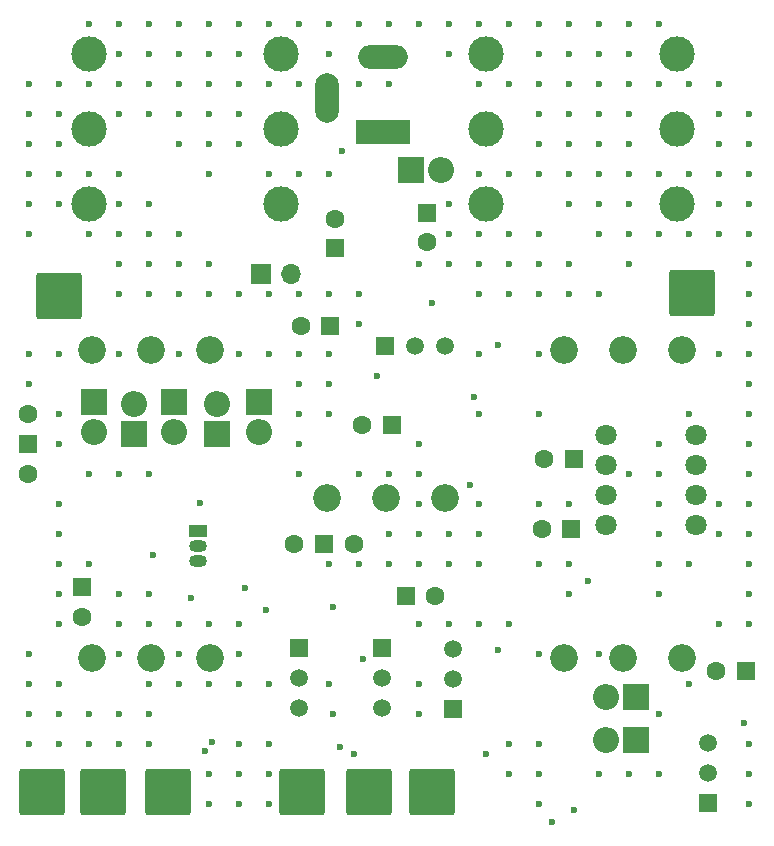
<source format=gbs>
G04 #@! TF.GenerationSoftware,KiCad,Pcbnew,8.0.1*
G04 #@! TF.CreationDate,2024-08-15T13:48:40+05:00*
G04 #@! TF.ProjectId,Life_pedal,4c696665-5f70-4656-9461-6c2e6b696361,rev?*
G04 #@! TF.SameCoordinates,Original*
G04 #@! TF.FileFunction,Soldermask,Bot*
G04 #@! TF.FilePolarity,Negative*
%FSLAX46Y46*%
G04 Gerber Fmt 4.6, Leading zero omitted, Abs format (unit mm)*
G04 Created by KiCad (PCBNEW 8.0.1) date 2024-08-15 13:48:40*
%MOMM*%
%LPD*%
G01*
G04 APERTURE LIST*
G04 Aperture macros list*
%AMRoundRect*
0 Rectangle with rounded corners*
0 $1 Rounding radius*
0 $2 $3 $4 $5 $6 $7 $8 $9 X,Y pos of 4 corners*
0 Add a 4 corners polygon primitive as box body*
4,1,4,$2,$3,$4,$5,$6,$7,$8,$9,$2,$3,0*
0 Add four circle primitives for the rounded corners*
1,1,$1+$1,$2,$3*
1,1,$1+$1,$4,$5*
1,1,$1+$1,$6,$7*
1,1,$1+$1,$8,$9*
0 Add four rect primitives between the rounded corners*
20,1,$1+$1,$2,$3,$4,$5,0*
20,1,$1+$1,$4,$5,$6,$7,0*
20,1,$1+$1,$6,$7,$8,$9,0*
20,1,$1+$1,$8,$9,$2,$3,0*%
G04 Aperture macros list end*
%ADD10R,2.200000X2.200000*%
%ADD11O,2.200000X2.200000*%
%ADD12R,1.600000X1.600000*%
%ADD13C,1.600000*%
%ADD14R,1.500000X1.050000*%
%ADD15O,1.500000X1.050000*%
%ADD16R,1.500000X1.500000*%
%ADD17C,1.500000*%
%ADD18RoundRect,0.250002X1.699998X-1.699998X1.699998X1.699998X-1.699998X1.699998X-1.699998X-1.699998X0*%
%ADD19R,1.700000X1.700000*%
%ADD20O,1.700000X1.700000*%
%ADD21C,1.804000*%
%ADD22C,3.000000*%
%ADD23R,4.600000X2.000000*%
%ADD24O,4.200000X2.000000*%
%ADD25O,2.000000X4.200000*%
%ADD26C,2.340000*%
%ADD27C,0.600000*%
G04 APERTURE END LIST*
D10*
X127200000Y-70940000D03*
D11*
X127200000Y-68400000D03*
D12*
X150194888Y-84600000D03*
D13*
X152694888Y-84600000D03*
D14*
X132640001Y-79130000D03*
D15*
X132640001Y-80400001D03*
X132640001Y-81670000D03*
D16*
X154200000Y-94200000D03*
D17*
X154200000Y-91660000D03*
X154200000Y-89120001D03*
D10*
X169668234Y-96800000D03*
D11*
X167128234Y-96800000D03*
D18*
X119400000Y-101200000D03*
X174400000Y-59000000D03*
D16*
X175800000Y-102200000D03*
D17*
X175800000Y-99660000D03*
X175800000Y-97120001D03*
D10*
X134200000Y-70940000D03*
D11*
X134200000Y-68400000D03*
D12*
X164205112Y-79000000D03*
D13*
X161705112Y-79000000D03*
D16*
X148150000Y-89050000D03*
D17*
X148150000Y-91590000D03*
X148150000Y-94129999D03*
D18*
X141400000Y-101200000D03*
D12*
X143805112Y-61800000D03*
D13*
X141305112Y-61800000D03*
D18*
X147085714Y-101200000D03*
X130028572Y-101200000D03*
D19*
X137950000Y-57375000D03*
D20*
X140490000Y-57375000D03*
D18*
X120800000Y-59200000D03*
D21*
X167180000Y-70990000D03*
X167180000Y-73530000D03*
X167180000Y-76070000D03*
X167180000Y-78610000D03*
X174800000Y-78610000D03*
X174800000Y-76070000D03*
X174800000Y-73530000D03*
X174800000Y-70990000D03*
D10*
X130600000Y-68203532D03*
D11*
X130600000Y-70743532D03*
D16*
X148450000Y-63450000D03*
D17*
X150990000Y-63450000D03*
X153530000Y-63450000D03*
D12*
X179000000Y-91000000D03*
D13*
X176500000Y-91000000D03*
D10*
X137800000Y-68203532D03*
D11*
X137800000Y-70743532D03*
D12*
X164405113Y-73000000D03*
D13*
X161905113Y-73000000D03*
D18*
X124600000Y-101200000D03*
D10*
X150660000Y-48600000D03*
D11*
X153200000Y-48600000D03*
D22*
X173200000Y-51435000D03*
X156970000Y-51435000D03*
X173200000Y-38735000D03*
X156970000Y-38735000D03*
X173200000Y-45085000D03*
X156970000Y-45085000D03*
D23*
X148300000Y-45335000D03*
D24*
X148300000Y-39035000D03*
D25*
X143500000Y-42435000D03*
D16*
X141150000Y-89050000D03*
D17*
X141150000Y-91590000D03*
X141150000Y-94129999D03*
D12*
X149005113Y-70200000D03*
D13*
X146505113Y-70200000D03*
D22*
X139630000Y-51435000D03*
X123400000Y-51435000D03*
X139630000Y-38735000D03*
X123400000Y-38735000D03*
X139630000Y-45085000D03*
X123400000Y-45085000D03*
D18*
X152400000Y-101200000D03*
D10*
X169668234Y-93200000D03*
D11*
X167128234Y-93200000D03*
D10*
X123800000Y-68203533D03*
D11*
X123800000Y-70743533D03*
D12*
X152000000Y-52194887D03*
D13*
X152000000Y-54694887D03*
X144200000Y-52705113D03*
D12*
X144200000Y-55205113D03*
X122800000Y-83900000D03*
D13*
X122800000Y-86400000D03*
D26*
X163600000Y-63800000D03*
X168600000Y-63800000D03*
X173600000Y-63800000D03*
D16*
X118200000Y-71740000D03*
D13*
X118200000Y-69200000D03*
X118200000Y-74280000D03*
D26*
X143550000Y-76300000D03*
X148550000Y-76300000D03*
X153550000Y-76300000D03*
X123600000Y-89900000D03*
X128600000Y-89900000D03*
X133600000Y-89900000D03*
X123600000Y-63800000D03*
X128600000Y-63800000D03*
X133600000Y-63800000D03*
D16*
X143260000Y-80200000D03*
D13*
X145800000Y-80200000D03*
X140720000Y-80200000D03*
D26*
X163600000Y-89900000D03*
X168600000Y-89900000D03*
X173600000Y-89900000D03*
D27*
X179275000Y-102230000D03*
X179275000Y-99690000D03*
X179275000Y-97150000D03*
X179275000Y-86990000D03*
X179275000Y-84450000D03*
X179275000Y-81910000D03*
X179275000Y-79370000D03*
X179275000Y-76830000D03*
X179275000Y-74290000D03*
X179275000Y-71750000D03*
X179275000Y-69210000D03*
X179275000Y-66670000D03*
X179275000Y-64130000D03*
X179275000Y-61590000D03*
X179275000Y-59050000D03*
X179275000Y-56510000D03*
X179275000Y-53970000D03*
X179275000Y-51430000D03*
X179275000Y-48890000D03*
X179275000Y-46350000D03*
X179275000Y-43810000D03*
X176735000Y-86990000D03*
X176735000Y-79370000D03*
X176735000Y-76830000D03*
X176735000Y-64130000D03*
X176735000Y-53970000D03*
X176735000Y-51430000D03*
X176735000Y-48890000D03*
X176735000Y-46350000D03*
X176735000Y-43810000D03*
X176735000Y-41270000D03*
X174195000Y-92070000D03*
X174195000Y-81910000D03*
X174195000Y-69210000D03*
X174195000Y-53970000D03*
X174195000Y-48890000D03*
X174195000Y-41270000D03*
X171655000Y-99690000D03*
X171655000Y-94610000D03*
X171655000Y-84450000D03*
X171655000Y-81910000D03*
X171655000Y-79370000D03*
X171655000Y-76830000D03*
X171655000Y-74290000D03*
X171655000Y-71750000D03*
X171655000Y-53970000D03*
X171655000Y-48890000D03*
X171655000Y-41270000D03*
X171655000Y-36190000D03*
X169115000Y-99690000D03*
X169115000Y-74290000D03*
X169115000Y-56510000D03*
X169115000Y-53970000D03*
X169115000Y-51430000D03*
X169115000Y-48890000D03*
X169115000Y-46350000D03*
X169115000Y-43810000D03*
X169115000Y-41270000D03*
X169115000Y-38730000D03*
X169115000Y-36190000D03*
X166575000Y-99690000D03*
X166575000Y-89530000D03*
X166575000Y-59050000D03*
X166575000Y-53970000D03*
X166575000Y-51430000D03*
X166575000Y-48890000D03*
X166575000Y-46350000D03*
X166575000Y-43810000D03*
X166575000Y-41270000D03*
X166575000Y-38730000D03*
X166575000Y-36190000D03*
X164035000Y-84450000D03*
X164035000Y-81910000D03*
X164035000Y-76830000D03*
X164035000Y-59050000D03*
X164035000Y-56510000D03*
X164035000Y-51430000D03*
X164035000Y-48890000D03*
X164035000Y-46350000D03*
X164035000Y-43810000D03*
X164035000Y-41270000D03*
X164035000Y-38730000D03*
X164035000Y-36190000D03*
X161495000Y-102230000D03*
X161495000Y-99690000D03*
X161495000Y-97150000D03*
X161495000Y-89530000D03*
X161495000Y-81910000D03*
X161495000Y-76830000D03*
X161495000Y-69210000D03*
X161495000Y-64130000D03*
X161495000Y-59050000D03*
X161495000Y-56510000D03*
X161495000Y-53970000D03*
X161495000Y-48890000D03*
X161495000Y-46350000D03*
X161495000Y-43810000D03*
X161495000Y-41270000D03*
X161495000Y-38730000D03*
X161495000Y-36190000D03*
X158955000Y-99690000D03*
X158955000Y-97150000D03*
X158955000Y-86990000D03*
X158955000Y-59050000D03*
X158955000Y-56510000D03*
X158955000Y-53970000D03*
X158955000Y-48890000D03*
X158955000Y-41270000D03*
X158955000Y-36190000D03*
X156415000Y-86990000D03*
X156415000Y-81910000D03*
X156415000Y-79370000D03*
X156415000Y-76830000D03*
X156415000Y-69210000D03*
X156415000Y-64130000D03*
X156415000Y-59050000D03*
X156415000Y-56510000D03*
X156415000Y-53970000D03*
X156415000Y-48890000D03*
X156415000Y-41270000D03*
X156415000Y-36190000D03*
X153875000Y-86990000D03*
X153875000Y-81910000D03*
X153875000Y-79370000D03*
X153875000Y-56510000D03*
X153875000Y-53970000D03*
X153875000Y-51430000D03*
X153875000Y-38730000D03*
X153875000Y-36190000D03*
X151335000Y-94610000D03*
X151335000Y-92070000D03*
X151335000Y-86990000D03*
X151335000Y-81910000D03*
X151335000Y-79370000D03*
X151335000Y-76830000D03*
X151335000Y-74290000D03*
X151335000Y-71750000D03*
X151335000Y-56510000D03*
X151335000Y-36190000D03*
X148795000Y-81910000D03*
X148795000Y-79370000D03*
X148795000Y-74290000D03*
X148795000Y-41270000D03*
X148795000Y-36190000D03*
X146255000Y-81910000D03*
X146255000Y-74290000D03*
X146255000Y-61590000D03*
X146255000Y-59050000D03*
X146255000Y-41270000D03*
X146255000Y-36190000D03*
X143715000Y-92070000D03*
X143715000Y-81910000D03*
X143715000Y-69210000D03*
X143715000Y-66670000D03*
X143715000Y-64130000D03*
X143715000Y-59050000D03*
X143715000Y-48890000D03*
X143715000Y-38730000D03*
X143715000Y-36190000D03*
X141175000Y-74290000D03*
X141175000Y-71750000D03*
X141175000Y-69210000D03*
X141175000Y-66670000D03*
X141175000Y-64130000D03*
X141175000Y-59050000D03*
X141175000Y-48890000D03*
X141175000Y-41270000D03*
X141175000Y-36190000D03*
X138635000Y-102230000D03*
X138635000Y-99690000D03*
X138635000Y-97150000D03*
X138635000Y-92070000D03*
X138635000Y-64130000D03*
X138635000Y-59050000D03*
X138635000Y-48890000D03*
X138635000Y-41270000D03*
X138635000Y-36190000D03*
X136095000Y-102230000D03*
X136095000Y-99690000D03*
X136095000Y-97150000D03*
X136095000Y-92070000D03*
X136095000Y-89530000D03*
X136095000Y-86990000D03*
X136095000Y-64130000D03*
X136095000Y-59050000D03*
X136095000Y-46350000D03*
X136095000Y-43810000D03*
X136095000Y-41270000D03*
X136095000Y-38730000D03*
X136095000Y-36190000D03*
X133555000Y-102230000D03*
X133555000Y-99690000D03*
X133555000Y-92070000D03*
X133555000Y-86990000D03*
X133555000Y-59050000D03*
X133555000Y-56510000D03*
X133555000Y-48890000D03*
X133555000Y-46350000D03*
X133555000Y-43810000D03*
X133555000Y-41270000D03*
X133555000Y-38730000D03*
X133555000Y-36190000D03*
X131015000Y-92070000D03*
X131015000Y-89530000D03*
X131015000Y-86990000D03*
X131015000Y-64130000D03*
X131015000Y-59050000D03*
X131015000Y-56510000D03*
X131015000Y-53970000D03*
X131015000Y-46350000D03*
X131015000Y-43810000D03*
X131015000Y-41270000D03*
X131015000Y-38730000D03*
X131015000Y-36190000D03*
X128475000Y-97150000D03*
X128475000Y-94610000D03*
X128475000Y-92070000D03*
X128475000Y-86990000D03*
X128475000Y-84450000D03*
X128475000Y-74290000D03*
X128475000Y-59050000D03*
X128475000Y-56510000D03*
X128475000Y-53970000D03*
X128475000Y-51430000D03*
X128475000Y-43810000D03*
X128475000Y-41270000D03*
X128475000Y-38730000D03*
X128475000Y-36190000D03*
X125935000Y-97150000D03*
X125935000Y-94610000D03*
X125935000Y-89530000D03*
X125935000Y-86990000D03*
X125935000Y-84450000D03*
X125935000Y-74290000D03*
X125935000Y-64130000D03*
X125935000Y-59050000D03*
X125935000Y-56510000D03*
X125935000Y-53970000D03*
X125935000Y-51430000D03*
X125935000Y-48890000D03*
X125935000Y-43810000D03*
X125935000Y-41270000D03*
X125935000Y-38730000D03*
X125935000Y-36190000D03*
X123395000Y-97150000D03*
X123395000Y-94610000D03*
X123395000Y-81910000D03*
X123395000Y-74290000D03*
X123395000Y-53970000D03*
X123395000Y-48890000D03*
X123395000Y-41270000D03*
X123395000Y-36190000D03*
X120855000Y-97150000D03*
X120855000Y-94610000D03*
X120855000Y-92070000D03*
X120855000Y-86990000D03*
X120855000Y-84450000D03*
X120855000Y-81910000D03*
X120855000Y-79370000D03*
X120855000Y-76830000D03*
X120855000Y-71750000D03*
X120855000Y-69210000D03*
X120855000Y-64130000D03*
X120855000Y-51430000D03*
X120855000Y-48890000D03*
X120855000Y-46350000D03*
X120855000Y-43810000D03*
X120855000Y-41270000D03*
X118315000Y-97150000D03*
X118315000Y-94610000D03*
X118315000Y-92070000D03*
X118315000Y-89530000D03*
X118315000Y-66670000D03*
X118315000Y-64130000D03*
X118315000Y-53970000D03*
X118315000Y-51430000D03*
X118315000Y-48890000D03*
X118315000Y-46350000D03*
X118315000Y-43810000D03*
X118315000Y-41270000D03*
X144000000Y-85600000D03*
X145800000Y-98000000D03*
X157000000Y-98000000D03*
X132800000Y-76800000D03*
X162600000Y-103800000D03*
X146600000Y-90000000D03*
X133200000Y-97800000D03*
X158000000Y-89200000D03*
X165600000Y-83400000D03*
X144600000Y-97400000D03*
X156000000Y-67800000D03*
X132000000Y-84800000D03*
X147800000Y-66000000D03*
X144800000Y-47000000D03*
X155600000Y-75200000D03*
X164400000Y-102800000D03*
X178800000Y-95400000D03*
X133800000Y-97000000D03*
X144000000Y-94600000D03*
X138400000Y-85800000D03*
X136600000Y-84000000D03*
X158000000Y-63400000D03*
X152400000Y-59800000D03*
X128800000Y-81200000D03*
M02*

</source>
